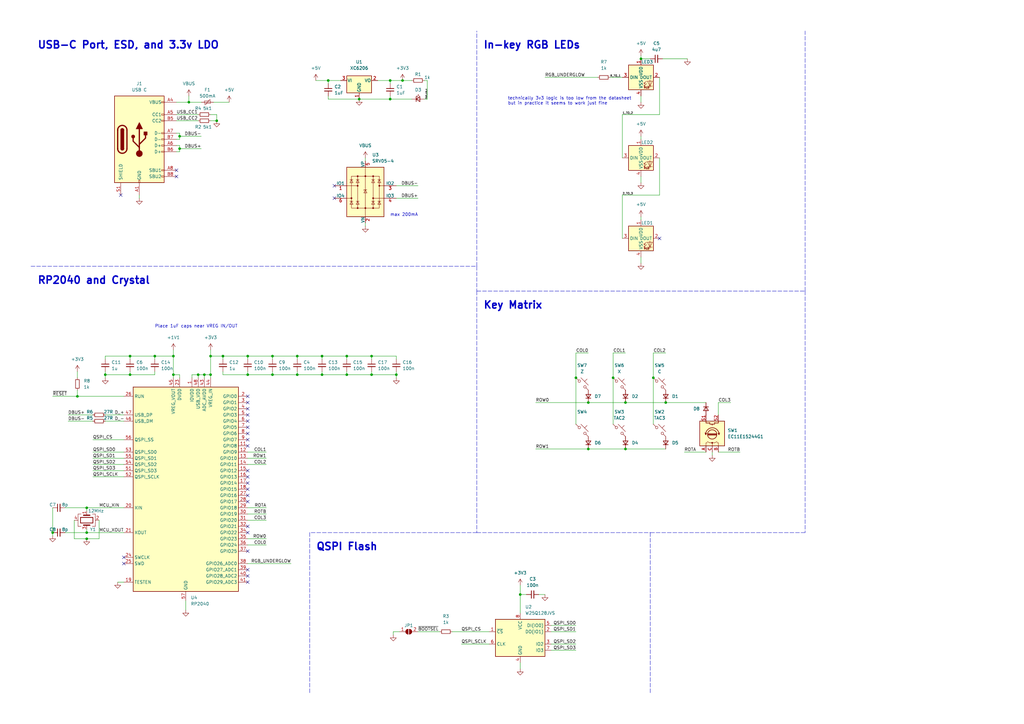
<source format=kicad_sch>
(kicad_sch (version 20211123) (generator eeschema)
  (paper "A3")
  (lib_symbols
    (symbol "Connector:USB_C_Receptacle_USB2.0" (pin_names (offset 1.016))
      (property "Reference" "J" (at -10.16 19.05 0))
      (property "Value" "USB_C_Receptacle_USB2.0" (at 19.05 19.05 0))
      (symbol "USB_C_Receptacle_USB2.0_1_1"
        (pin passive line (at 0 -22.86 90) (length 5.08) (name "GND") (number "A1"))
        (pin passive line (at 0 -22.86 90) (length 5.08) hide (name "GND") (number "A12"))
        (pin passive line (at 15.24 15.24 180) (length 5.08) (name "VBUS") (number "A4"))
        (pin bidirectional line (at 15.24 10.16 180) (length 5.08) (name "CC1") (number "A5"))
        (pin bidirectional line (at 15.24 -2.54 180) (length 5.08) (name "D+") (number "A6"))
        (pin bidirectional line (at 15.24 2.54 180) (length 5.08) (name "D-") (number "A7"))
        (pin bidirectional line (at 15.24 -12.7 180) (length 5.08) (name "SBU1") (number "A8"))
        (pin passive line (at 15.24 15.24 180) (length 5.08) hide (name "VBUS") (number "A9"))
        (pin passive line (at 0 -22.86 90) (length 5.08) hide (name "GND") (number "B1"))
        (pin passive line (at 0 -22.86 90) (length 5.08) hide (name "GND") (number "B12"))
        (pin passive line (at 15.24 15.24 180) (length 5.08) hide (name "VBUS") (number "B4"))
        (pin bidirectional line (at 15.24 7.62 180) (length 5.08) (name "CC2") (number "B5"))
        (pin bidirectional line (at 15.24 -5.08 180) (length 5.08) (name "D+") (number "B6"))
        (pin bidirectional line (at 15.24 0 180) (length 5.08) (name "D-") (number "B7"))
        (pin bidirectional line (at 15.24 -15.24 180) (length 5.08) (name "SBU2") (number "B8"))
        (pin passive line (at 15.24 15.24 180) (length 5.08) hide (name "VBUS") (number "B9"))
        (pin passive line (at -7.62 -22.86 90) (length 5.08) (name "SHIELD") (number "S1"))
      )
    )
    (symbol "Device:C_Small" (pin_numbers hide) (pin_names (offset 0.254) hide)
      (property "Reference" "C" (at 0.254 1.778 0))
      (property "Value" "C_Small" (at 0.254 -2.032 0))
      (symbol "C_Small_1_1"
        (pin passive line (at 0 2.54 270) (length 2.032) (name "~") (number "1"))
        (pin passive line (at 0 -2.54 90) (length 2.032) (name "~") (number "2"))
      )
    )
    (symbol "Device:Crystal_GND24" (pin_names (offset 1.016) hide)
      (property "Reference" "Y" (at 3.175 5.08 0))
      (property "Value" "Crystal_GND24" (at 3.175 3.175 0))
      (symbol "Crystal_GND24_1_1"
        (pin passive line (at -3.81 0 0) (length 1.27) (name "1") (number "1"))
        (pin passive line (at 0 5.08 270) (length 1.27) (name "2") (number "2"))
        (pin passive line (at 3.81 0 180) (length 1.27) (name "3") (number "3"))
        (pin passive line (at 0 -5.08 90) (length 1.27) (name "4") (number "4"))
      )
    )
    (symbol "Device:D_Small" (pin_numbers hide) (pin_names (offset 0.254) hide)
      (property "Reference" "D" (at -1.27 2.032 0))
      (property "Value" "D_Small" (at -3.81 -2.032 0))
      (symbol "D_Small_1_1"
        (pin passive line (at -2.54 0 0) (length 1.778) (name "K") (number "1"))
        (pin passive line (at 2.54 0 180) (length 1.778) (name "A") (number "2"))
      )
    )
    (symbol "Device:LED_Small" (pin_numbers hide) (pin_names (offset 0.254) hide)
      (property "Reference" "D" (at -1.27 3.175 0))
      (property "Value" "LED_Small" (at -4.445 -2.54 0))
      (symbol "LED_Small_1_1"
        (pin passive line (at -2.54 0 0) (length 1.778) (name "K") (number "1"))
        (pin passive line (at 2.54 0 180) (length 1.778) (name "A") (number "2"))
      )
    )
    (symbol "Device:Polyfuse_Small" (pin_numbers hide) (pin_names (offset 0))
      (property "Reference" "F" (at -1.905 0 90))
      (property "Value" "Polyfuse_Small" (at 1.905 0 90))
      (symbol "Polyfuse_Small_1_1"
        (pin passive line (at 0 2.54 270) (length 0.635) (name "~") (number "1"))
        (pin passive line (at 0 -2.54 90) (length 0.635) (name "~") (number "2"))
      )
    )
    (symbol "Device:R_Small" (pin_numbers hide) (pin_names (offset 0.254) hide)
      (property "Reference" "R" (at 0.762 0.508 0))
      (property "Value" "R_Small" (at 0.762 -1.016 0))
      (symbol "R_Small_1_1"
        (pin passive line (at 0 2.54 270) (length 0.762) (name "~") (number "1"))
        (pin passive line (at 0 -2.54 90) (length 0.762) (name "~") (number "2"))
      )
    )
    (symbol "Device:RotaryEncoder_Switch" (pin_names (offset 0.254) hide)
      (property "Reference" "SW" (at 0 6.604 0))
      (property "Value" "RotaryEncoder_Switch" (at 0 -6.604 0))
      (symbol "RotaryEncoder_Switch_1_1"
        (pin passive line (at -7.62 2.54 0) (length 2.54) (name "A") (number "A"))
        (pin passive line (at -7.62 -2.54 0) (length 2.54) (name "B") (number "B"))
        (pin passive line (at -7.62 0 0) (length 2.54) (name "C") (number "C"))
        (pin passive line (at 7.62 2.54 180) (length 2.54) (name "S1") (number "S1"))
        (pin passive line (at 7.62 -2.54 180) (length 2.54) (name "S2") (number "S2"))
      )
    )
    (symbol "Jumper:SolderJumper_2_Open" (pin_names (offset 0) hide)
      (property "Reference" "JP" (at 0 2.032 0))
      (property "Value" "SolderJumper_2_Open" (at 0 -2.54 0))
      (symbol "SolderJumper_2_Open_1_1"
        (pin passive line (at -3.81 0 0) (length 2.54) (name "A") (number "1"))
        (pin passive line (at 3.81 0 180) (length 2.54) (name "B") (number "2"))
      )
    )
    (symbol "MCU_RaspberryPi:RP2040"
      (property "Reference" "U" (at 17.78 45.72 0))
      (property "Value" "RP2040" (at 17.78 43.18 0))
      (symbol "RP2040_1_1"
        (pin power_in line (at 2.54 45.72 270) (length 3.81) (name "IOVDD") (number "1"))
        (pin passive line (at 2.54 45.72 270) (length 3.81) hide (name "IOVDD") (number "10"))
        (pin bidirectional line (at 25.4 17.78 180) (length 3.81) (name "GPIO8") (number "11"))
        (pin bidirectional line (at 25.4 15.24 180) (length 3.81) (name "GPIO9") (number "12"))
        (pin bidirectional line (at 25.4 12.7 180) (length 3.81) (name "GPIO10") (number "13"))
        (pin bidirectional line (at 25.4 10.16 180) (length 3.81) (name "GPIO11") (number "14"))
        (pin bidirectional line (at 25.4 7.62 180) (length 3.81) (name "GPIO12") (number "15"))
        (pin bidirectional line (at 25.4 5.08 180) (length 3.81) (name "GPIO13") (number "16"))
        (pin bidirectional line (at 25.4 2.54 180) (length 3.81) (name "GPIO14") (number "17"))
        (pin bidirectional line (at 25.4 0 180) (length 3.81) (name "GPIO15") (number "18"))
        (pin input line (at -25.4 -38.1 0) (length 3.81) (name "TESTEN") (number "19"))
        (pin bidirectional line (at 25.4 38.1 180) (length 3.81) (name "GPIO0") (number "2"))
        (pin input line (at -25.4 -7.62 0) (length 3.81) (name "XIN") (number "20"))
        (pin passive line (at -25.4 -17.78 0) (length 3.81) (name "XOUT") (number "21"))
        (pin passive line (at 2.54 45.72 270) (length 3.81) hide (name "IOVDD") (number "22"))
        (pin power_in line (at -2.54 45.72 270) (length 3.81) (name "DVDD") (number "23"))
        (pin output line (at -25.4 -27.94 0) (length 3.81) (name "SWCLK") (number "24"))
        (pin bidirectional line (at -25.4 -30.48 0) (length 3.81) (name "SWD") (number "25"))
        (pin input line (at -25.4 38.1 0) (length 3.81) (name "RUN") (number "26"))
        (pin bidirectional line (at 25.4 -2.54 180) (length 3.81) (name "GPIO16") (number "27"))
        (pin bidirectional line (at 25.4 -5.08 180) (length 3.81) (name "GPIO17") (number "28"))
        (pin bidirectional line (at 25.4 -7.62 180) (length 3.81) (name "GPIO18") (number "29"))
        (pin bidirectional line (at 25.4 35.56 180) (length 3.81) (name "GPIO1") (number "3"))
        (pin bidirectional line (at 25.4 -10.16 180) (length 3.81) (name "GPIO19") (number "30"))
        (pin bidirectional line (at 25.4 -12.7 180) (length 3.81) (name "GPIO20") (number "31"))
        (pin bidirectional line (at 25.4 -15.24 180) (length 3.81) (name "GPIO21") (number "32"))
        (pin passive line (at 2.54 45.72 270) (length 3.81) hide (name "IOVDD") (number "33"))
        (pin bidirectional line (at 25.4 -17.78 180) (length 3.81) (name "GPIO22") (number "34"))
        (pin bidirectional line (at 25.4 -20.32 180) (length 3.81) (name "GPIO23") (number "35"))
        (pin bidirectional line (at 25.4 -22.86 180) (length 3.81) (name "GPIO24") (number "36"))
        (pin bidirectional line (at 25.4 -25.4 180) (length 3.81) (name "GPIO25") (number "37"))
        (pin bidirectional line (at 25.4 -30.48 180) (length 3.81) (name "GPIO26_ADC0") (number "38"))
        (pin bidirectional line (at 25.4 -33.02 180) (length 3.81) (name "GPIO27_ADC1") (number "39"))
        (pin bidirectional line (at 25.4 33.02 180) (length 3.81) (name "GPIO2") (number "4"))
        (pin bidirectional line (at 25.4 -35.56 180) (length 3.81) (name "GPIO28_ADC2") (number "40"))
        (pin bidirectional line (at 25.4 -38.1 180) (length 3.81) (name "GPIO29_ADC3") (number "41"))
        (pin passive line (at 2.54 45.72 270) (length 3.81) hide (name "IOVDD") (number "42"))
        (pin power_in line (at 7.62 45.72 270) (length 3.81) (name "ADC_AVDD") (number "43"))
        (pin power_in line (at 10.16 45.72 270) (length 3.81) (name "VREG_IN") (number "44"))
        (pin power_out line (at -5.08 45.72 270) (length 3.81) (name "VREG_VOUT") (number "45"))
        (pin bidirectional line (at -25.4 27.94 0) (length 3.81) (name "USB_DM") (number "46"))
        (pin bidirectional line (at -25.4 30.48 0) (length 3.81) (name "USB_DP") (number "47"))
        (pin power_in line (at 5.08 45.72 270) (length 3.81) (name "USB_VDD") (number "48"))
        (pin passive line (at 2.54 45.72 270) (length 3.81) hide (name "IOVDD") (number "49"))
        (pin bidirectional line (at 25.4 30.48 180) (length 3.81) (name "GPIO3") (number "5"))
        (pin passive line (at -2.54 45.72 270) (length 3.81) hide (name "DVDD") (number "50"))
        (pin bidirectional line (at -25.4 7.62 0) (length 3.81) (name "QSPI_SD3") (number "51"))
        (pin output line (at -25.4 5.08 0) (length 3.81) (name "QSPI_SCLK") (number "52"))
        (pin bidirectional line (at -25.4 15.24 0) (length 3.81) (name "QSPI_SD0") (number "53"))
        (pin bidirectional line (at -25.4 10.16 0) (length 3.81) (name "QSPI_SD2") (number "54"))
        (pin bidirectional line (at -25.4 12.7 0) (length 3.81) (name "QSPI_SD1") (number "55"))
        (pin bidirectional line (at -25.4 20.32 0) (length 3.81) (name "QSPI_SS") (number "56"))
        (pin power_in line (at 0 -45.72 90) (length 3.81) (name "GND") (number "57"))
        (pin bidirectional line (at 25.4 27.94 180) (length 3.81) (name "GPIO4") (number "6"))
        (pin bidirectional line (at 25.4 25.4 180) (length 3.81) (name "GPIO5") (number "7"))
        (pin bidirectional line (at 25.4 22.86 180) (length 3.81) (name "GPIO6") (number "8"))
        (pin bidirectional line (at 25.4 20.32 180) (length 3.81) (name "GPIO7") (number "9"))
      )
    )
    (symbol "Memory_Flash:W25Q128JVS"
      (property "Reference" "U" (at -8.89 8.89 0))
      (property "Value" "W25Q128JVS" (at 7.62 8.89 0))
      (symbol "W25Q128JVS_1_1"
        (pin input line (at -12.7 2.54 0) (length 2.54) (name "~{CS}") (number "1"))
        (pin bidirectional line (at 12.7 2.54 180) (length 2.54) (name "DO(IO1)") (number "2"))
        (pin bidirectional line (at 12.7 -2.54 180) (length 2.54) (name "IO2") (number "3"))
        (pin power_in line (at 0 -10.16 90) (length 2.54) (name "GND") (number "4"))
        (pin bidirectional line (at 12.7 5.08 180) (length 2.54) (name "DI(IO0)") (number "5"))
        (pin input line (at -12.7 -2.54 0) (length 2.54) (name "CLK") (number "6"))
        (pin bidirectional line (at 12.7 -5.08 180) (length 2.54) (name "IO3") (number "7"))
        (pin power_in line (at 0 10.16 270) (length 2.54) (name "VCC") (number "8"))
      )
    )
    (symbol "Regulator_Linear:XC6206PxxxMR" (pin_names (offset 0.254))
      (property "Reference" "U" (at -3.81 3.175 0))
      (property "Value" "XC6206PxxxMR" (at 0 3.175 0))
      (symbol "XC6206PxxxMR_1_1"
        (pin power_in line (at 0 -7.62 90) (length 2.54) (name "GND") (number "1"))
        (pin power_out line (at 7.62 0 180) (length 2.54) (name "VO") (number "2"))
        (pin power_in line (at -7.62 0 0) (length 2.54) (name "VI") (number "3"))
      )
    )
    (symbol "Switch:SW_Push_45deg" (pin_numbers hide) (pin_names (offset 1.016) hide)
      (property "Reference" "SW" (at 3.048 1.016 0))
      (property "Value" "SW_Push_45deg" (at 0 -3.81 0))
      (symbol "SW_Push_45deg_0_1"
        (pin passive line (at -2.54 2.54 0) (length 0) (name "1") (number "1"))
        (pin passive line (at 2.54 -2.54 180) (length 0) (name "2") (number "2"))
      )
    )
    (symbol "marbastlib-mx:MX_SK6812MINI-E"
      (property "Reference" "LED" (at 2.54 -6.35 0))
      (property "Value" "MX_SK6812MINI-E" (at 10.16 6.35 0))
      (symbol "MX_SK6812MINI-E_0_0"
        (text "RGB" (at 2.286 -4.191 0) (effects (font (size 0.762 0.762))))
      )
      (symbol "MX_SK6812MINI-E_1_1"
        (pin power_in line (at 0 7.62 270) (length 2.54) (name "VDD") (number "1"))
        (pin output line (at 7.62 0 180) (length 2.54) (name "DOUT") (number "2"))
        (pin input line (at -7.62 0 0) (length 2.54) (name "DIN") (number "3"))
        (pin power_in line (at 0 -7.62 90) (length 2.54) (name "VSS") (number "4"))
      )
    )
    (symbol "marbastlib-mx:MX_SW_HS" (pin_numbers hide) (pin_names (offset 1.016) hide)
      (property "Reference" "SW" (at 3.048 1.016 0))
      (property "Value" "MX_SW_HS" (at 0 -3.81 0))
      (symbol "MX_SW_HS_0_1"
        (pin passive line (at -2.54 2.54 0) (length 0) (name "1") (number "1"))
        (pin passive line (at 2.54 -2.54 180) (length 0) (name "2") (number "2"))
      )
    )
    (symbol "marbastlib-various:SRV05-4" (pin_names (offset 0))
      (property "Reference" "U" (at -5.08 11.43 0))
      (property "Value" "SRV05-4" (at 2.54 11.43 0))
      (symbol "SRV05-4_1_1"
        (pin passive line (at -12.7 2.54 0) (length 5.08) (name "IO1") (number "1"))
        (pin passive line (at 0 -12.7 90) (length 2.54) (name "VN") (number "2"))
        (pin passive line (at 12.7 2.54 180) (length 5.08) (name "IO2") (number "3"))
        (pin passive line (at 12.7 -2.54 180) (length 5.08) (name "IO3") (number "4"))
        (pin passive line (at 0 12.7 270) (length 2.54) (name "VP") (number "5"))
        (pin passive line (at -12.7 -2.54 0) (length 5.08) (name "IO4") (number "6"))
      )
    )
    (symbol "power:+1V1" (power) (pin_names (offset 0))
      (property "Value" "+1V1" (at 0 3.556 0))
      (symbol "+1V1_1_1"
        (pin power_in line (at 0 0 90) (length 0) hide (name "+1V1") (number "1"))
      )
    )
    (symbol "power:+3V3" (power) (pin_names (offset 0))
      (property "Value" "+3V3" (at 0 3.556 0))
      (symbol "+3V3_1_1"
        (pin power_in line (at 0 0 90) (length 0) hide (name "+3V3") (number "1"))
      )
    )
    (symbol "power:+5V" (power) (pin_names (offset 0))
      (property "Value" "+5V" (at 0 3.556 0))
      (symbol "+5V_1_1"
        (pin power_in line (at 0 0 90) (length 0) hide (name "+5V") (number "1"))
      )
    )
    (symbol "power:GND" (power) (pin_names (offset 0))
      (property "Value" "GND" (at 0 -3.81 0))
      (symbol "GND_1_1"
        (pin power_in line (at 0 0 270) (length 0) hide (name "GND") (number "1"))
      )
    )
    (symbol "power:VBUS" (power) (pin_names (offset 0))
      (property "Value" "VBUS" (at 0 3.81 0))
      (symbol "VBUS_1_1"
        (pin power_in line (at 0 0 90) (length 0) hide (name "VBUS") (number "1"))
      )
    )
  )
  (junction (at 121.92 153.67))
  (junction (at 121.92 146.05))
  (junction (at 273.05 165.1))
  (junction (at 241.3 184.15))
  (junction (at 256.54 184.15))
  (junction (at 152.4 146.05))
  (junction (at 31.75 162.56))
  (junction (at 35.56 220.98))
  (junction (at 241.3 165.1))
  (junction (at 142.24 146.05))
  (junction (at 152.4 153.67))
  (junction (at 77.47 41.91))
  (junction (at 71.12 146.05))
  (junction (at 262.89 24.13))
  (junction (at 35.56 208.28))
  (junction (at 111.76 153.67))
  (junction (at 132.08 153.67))
  (junction (at 86.36 146.05))
  (junction (at 256.54 165.1))
  (junction (at 83.82 153.67))
  (junction (at 101.6 146.05))
  (junction (at 142.24 153.67))
  (junction (at 251.46 154.94))
  (junction (at 165.1 33.02))
  (junction (at 71.12 153.67))
  (junction (at 21.59 218.44))
  (junction (at 81.28 153.67))
  (junction (at 86.36 153.67))
  (junction (at 73.66 60.96))
  (junction (at 91.44 146.05))
  (junction (at 236.22 154.94))
  (junction (at 267.97 154.94))
  (junction (at 88.9 49.53))
  (junction (at 160.02 33.02))
  (junction (at 160.02 40.64))
  (junction (at 53.34 153.67))
  (junction (at 35.56 218.44))
  (junction (at 43.18 153.67))
  (junction (at 132.08 146.05))
  (junction (at 147.32 40.64))
  (junction (at 63.5 146.05))
  (junction (at 101.6 153.67))
  (junction (at 111.76 146.05))
  (junction (at 134.62 33.02))
  (junction (at 73.66 55.88))
  (junction (at 213.36 243.84))
  (junction (at 162.56 153.67))
  (junction (at 53.34 146.05))
  (no_connect (at 137.16 76.2))
  (no_connect (at 101.6 162.56))
  (no_connect (at 101.6 195.58))
  (no_connect (at 101.6 218.44))
  (no_connect (at 101.6 200.66))
  (no_connect (at 101.6 167.64))
  (no_connect (at 101.6 182.88))
  (no_connect (at 101.6 238.76))
  (no_connect (at 101.6 180.34))
  (no_connect (at 101.6 165.1))
  (no_connect (at 49.53 80.01))
  (no_connect (at 101.6 203.2))
  (no_connect (at 137.16 81.28))
  (no_connect (at 101.6 215.9))
  (no_connect (at 72.39 69.85))
  (no_connect (at 270.51 97.79))
  (no_connect (at 101.6 236.22))
  (no_connect (at 101.6 205.74))
  (no_connect (at 101.6 226.06))
  (no_connect (at 101.6 193.04))
  (no_connect (at 50.8 231.14))
  (no_connect (at 101.6 233.68))
  (no_connect (at 101.6 172.72))
  (no_connect (at 72.39 72.39))
  (no_connect (at 101.6 198.12))
  (no_connect (at 101.6 177.8))
  (no_connect (at 101.6 170.18))
  (no_connect (at 50.8 228.6))
  (no_connect (at 101.6 175.26))
  (wire (pts (xy 267.97 144.78) (xy 273.05 144.78)))
  (wire (pts (xy 101.6 223.52) (xy 109.22 223.52)))
  (wire (pts (xy 226.06 259.08) (xy 236.22 259.08)))
  (wire (pts (xy 160.02 33.02) (xy 165.1 33.02)))
  (wire (pts (xy 171.45 259.08) (xy 180.34 259.08)))
  (wire (pts (xy 292.1 185.42) (xy 292.1 186.69)))
  (wire (pts (xy 38.1 195.58) (xy 50.8 195.58)))
  (wire (pts (xy 111.76 153.67) (xy 121.92 153.67)))
  (wire (pts (xy 73.66 153.67) (xy 71.12 153.67)))
  (wire (pts (xy 91.44 146.05) (xy 101.6 146.05)))
  (wire (pts (xy 48.26 238.76) (xy 50.8 238.76)))
  (wire (pts (xy 35.56 208.28) (xy 35.56 209.55)))
  (wire (pts (xy 213.36 271.78) (xy 213.36 274.32)))
  (polyline (pts (xy 195.58 109.22) (xy 195.58 119.38)))
  (wire (pts (xy 86.36 146.05) (xy 86.36 153.67)))
  (polyline (pts (xy 330.2 119.38) (xy 330.2 12.7)))
  (wire (pts (xy 255.27 97.79) (xy 255.27 80.01)))
  (wire (pts (xy 81.28 153.67) (xy 83.82 153.67)))
  (wire (pts (xy 83.82 153.67) (xy 86.36 153.67)))
  (wire (pts (xy 31.75 162.56) (xy 50.8 162.56)))
  (wire (pts (xy 86.36 46.99) (xy 88.9 46.99)))
  (wire (pts (xy 267.97 154.94) (xy 267.97 173.99)))
  (wire (pts (xy 152.4 146.05) (xy 152.4 147.32)))
  (wire (pts (xy 101.6 146.05) (xy 111.76 146.05)))
  (wire (pts (xy 111.76 146.05) (xy 121.92 146.05)))
  (wire (pts (xy 171.45 81.28) (xy 162.56 81.28)))
  (wire (pts (xy 101.6 153.67) (xy 101.6 152.4)))
  (wire (pts (xy 262.89 105.41) (xy 262.89 107.95)))
  (wire (pts (xy 57.15 80.01) (xy 57.15 81.28)))
  (wire (pts (xy 162.56 146.05) (xy 162.56 147.32)))
  (wire (pts (xy 121.92 153.67) (xy 121.92 152.4)))
  (wire (pts (xy 223.52 31.75) (xy 245.11 31.75)))
  (wire (pts (xy 213.36 243.84) (xy 213.36 251.46)))
  (wire (pts (xy 53.34 146.05) (xy 53.34 147.32)))
  (wire (pts (xy 101.6 187.96) (xy 109.22 187.96)))
  (polyline (pts (xy 195.58 218.44) (xy 127 218.44)))
  (wire (pts (xy 280.67 185.42) (xy 289.56 185.42)))
  (wire (pts (xy 91.44 146.05) (xy 91.44 147.32)))
  (wire (pts (xy 256.54 165.1) (xy 273.05 165.1)))
  (wire (pts (xy 73.66 54.61) (xy 73.66 55.88)))
  (wire (pts (xy 189.23 264.16) (xy 200.66 264.16)))
  (wire (pts (xy 71.12 153.67) (xy 71.12 146.05)))
  (wire (pts (xy 91.44 153.67) (xy 91.44 152.4)))
  (wire (pts (xy 132.08 146.05) (xy 132.08 147.32)))
  (wire (pts (xy 175.26 33.02) (xy 175.26 40.64)))
  (wire (pts (xy 101.6 210.82) (xy 109.22 210.82)))
  (wire (pts (xy 111.76 153.67) (xy 111.76 152.4)))
  (wire (pts (xy 294.64 185.42) (xy 303.53 185.42)))
  (wire (pts (xy 142.24 153.67) (xy 152.4 153.67)))
  (wire (pts (xy 43.18 153.67) (xy 53.34 153.67)))
  (wire (pts (xy 101.6 220.98) (xy 109.22 220.98)))
  (wire (pts (xy 251.46 154.94) (xy 251.46 173.99)))
  (wire (pts (xy 262.89 72.39) (xy 262.89 74.93)))
  (wire (pts (xy 72.39 46.99) (xy 81.28 46.99)))
  (wire (pts (xy 77.47 41.91) (xy 82.55 41.91)))
  (wire (pts (xy 185.42 259.08) (xy 200.66 259.08)))
  (wire (pts (xy 21.59 162.56) (xy 31.75 162.56)))
  (wire (pts (xy 88.9 46.99) (xy 88.9 49.53)))
  (wire (pts (xy 101.6 213.36) (xy 109.22 213.36)))
  (wire (pts (xy 132.08 146.05) (xy 142.24 146.05)))
  (wire (pts (xy 31.75 152.4) (xy 31.75 154.94)))
  (wire (pts (xy 21.59 208.28) (xy 21.59 218.44)))
  (wire (pts (xy 160.02 40.64) (xy 160.02 39.37)))
  (wire (pts (xy 142.24 153.67) (xy 142.24 152.4)))
  (wire (pts (xy 21.59 218.44) (xy 21.59 219.71)))
  (wire (pts (xy 255.27 46.99) (xy 270.51 46.99)))
  (wire (pts (xy 154.94 33.02) (xy 160.02 33.02)))
  (wire (pts (xy 213.36 240.03) (xy 213.36 243.84)))
  (wire (pts (xy 73.66 55.88) (xy 82.55 55.88)))
  (wire (pts (xy 262.89 88.9) (xy 262.89 90.17)))
  (wire (pts (xy 50.8 218.44) (xy 35.56 218.44)))
  (wire (pts (xy 134.62 39.37) (xy 134.62 40.64)))
  (wire (pts (xy 142.24 146.05) (xy 152.4 146.05)))
  (polyline (pts (xy 195.58 109.22) (xy 195.58 12.7)))
  (wire (pts (xy 53.34 153.67) (xy 63.5 153.67)))
  (wire (pts (xy 241.3 184.15) (xy 256.54 184.15)))
  (wire (pts (xy 73.66 59.69) (xy 72.39 59.69)))
  (wire (pts (xy 161.29 259.08) (xy 163.83 259.08)))
  (wire (pts (xy 219.71 184.15) (xy 241.3 184.15)))
  (wire (pts (xy 121.92 146.05) (xy 132.08 146.05)))
  (wire (pts (xy 134.62 34.29) (xy 134.62 33.02)))
  (wire (pts (xy 262.89 22.86) (xy 262.89 24.13)))
  (wire (pts (xy 73.66 60.96) (xy 73.66 62.23)))
  (wire (pts (xy 270.51 46.99) (xy 270.51 31.75)))
  (wire (pts (xy 27.94 172.72) (xy 38.1 172.72)))
  (wire (pts (xy 26.67 218.44) (xy 35.56 218.44)))
  (polyline (pts (xy 266.7 218.44) (xy 266.7 284.48)))
  (wire (pts (xy 251.46 144.78) (xy 256.54 144.78)))
  (wire (pts (xy 173.99 33.02) (xy 175.26 33.02)))
  (wire (pts (xy 78.74 153.67) (xy 78.74 154.94)))
  (wire (pts (xy 262.89 24.13) (xy 266.7 24.13)))
  (wire (pts (xy 43.18 146.05) (xy 53.34 146.05)))
  (wire (pts (xy 63.5 146.05) (xy 71.12 146.05)))
  (wire (pts (xy 161.29 260.35) (xy 161.29 259.08)))
  (polyline (pts (xy 12.7 109.22) (xy 195.58 109.22)))
  (wire (pts (xy 101.6 231.14) (xy 119.38 231.14)))
  (wire (pts (xy 81.28 153.67) (xy 81.28 154.94)))
  (wire (pts (xy 73.66 60.96) (xy 82.55 60.96)))
  (wire (pts (xy 63.5 146.05) (xy 63.5 147.32)))
  (wire (pts (xy 152.4 153.67) (xy 152.4 152.4)))
  (wire (pts (xy 111.76 146.05) (xy 111.76 147.32)))
  (wire (pts (xy 43.18 172.72) (xy 50.8 172.72)))
  (polyline (pts (xy 195.58 119.38) (xy 195.58 218.44)))
  (wire (pts (xy 43.18 170.18) (xy 50.8 170.18)))
  (wire (pts (xy 267.97 144.78) (xy 267.97 154.94)))
  (wire (pts (xy 134.62 40.64) (xy 147.32 40.64)))
  (wire (pts (xy 83.82 153.67) (xy 83.82 154.94)))
  (wire (pts (xy 101.6 208.28) (xy 109.22 208.28)))
  (wire (pts (xy 121.92 153.67) (xy 132.08 153.67)))
  (wire (pts (xy 35.56 220.98) (xy 40.64 220.98)))
  (wire (pts (xy 160.02 40.64) (xy 168.91 40.64)))
  (polyline (pts (xy 195.58 218.44) (xy 266.7 218.44)))
  (wire (pts (xy 43.18 154.94) (xy 43.18 153.67)))
  (wire (pts (xy 73.66 54.61) (xy 72.39 54.61)))
  (wire (pts (xy 63.5 153.67) (xy 63.5 152.4)))
  (wire (pts (xy 162.56 154.94) (xy 162.56 153.67)))
  (wire (pts (xy 162.56 153.67) (xy 162.56 152.4)))
  (wire (pts (xy 53.34 146.05) (xy 63.5 146.05)))
  (wire (pts (xy 38.1 185.42) (xy 50.8 185.42)))
  (wire (pts (xy 236.22 144.78) (xy 236.22 154.94)))
  (wire (pts (xy 271.78 24.13) (xy 281.94 24.13)))
  (wire (pts (xy 255.27 64.77) (xy 255.27 46.99)))
  (wire (pts (xy 86.36 153.67) (xy 86.36 154.94)))
  (wire (pts (xy 73.66 62.23) (xy 72.39 62.23)))
  (wire (pts (xy 78.74 153.67) (xy 81.28 153.67)))
  (wire (pts (xy 50.8 208.28) (xy 35.56 208.28)))
  (wire (pts (xy 294.64 170.18) (xy 294.64 165.1)))
  (wire (pts (xy 86.36 143.51) (xy 86.36 146.05)))
  (wire (pts (xy 236.22 144.78) (xy 241.3 144.78)))
  (wire (pts (xy 149.86 92.71) (xy 149.86 91.44)))
  (wire (pts (xy 251.46 144.78) (xy 251.46 154.94)))
  (wire (pts (xy 73.66 55.88) (xy 73.66 57.15)))
  (wire (pts (xy 226.06 256.54) (xy 236.22 256.54)))
  (wire (pts (xy 121.92 146.05) (xy 121.92 147.32)))
  (wire (pts (xy 270.51 80.01) (xy 270.51 64.77)))
  (wire (pts (xy 101.6 185.42) (xy 109.22 185.42)))
  (wire (pts (xy 73.66 57.15) (xy 72.39 57.15)))
  (wire (pts (xy 26.67 208.28) (xy 35.56 208.28)))
  (wire (pts (xy 35.56 218.44) (xy 35.56 217.17)))
  (wire (pts (xy 91.44 153.67) (xy 101.6 153.67)))
  (wire (pts (xy 87.63 41.91) (xy 93.98 41.91)))
  (wire (pts (xy 132.08 153.67) (xy 142.24 153.67)))
  (polyline (pts (xy 330.2 218.44) (xy 266.7 218.44)))
  (wire (pts (xy 73.66 59.69) (xy 73.66 60.96)))
  (wire (pts (xy 226.06 266.7) (xy 236.22 266.7)))
  (wire (pts (xy 38.1 193.04) (xy 50.8 193.04)))
  (wire (pts (xy 72.39 41.91) (xy 77.47 41.91)))
  (wire (pts (xy 250.19 31.75) (xy 255.27 31.75)))
  (wire (pts (xy 147.32 40.64) (xy 160.02 40.64)))
  (wire (pts (xy 53.34 153.67) (xy 53.34 152.4)))
  (wire (pts (xy 38.1 187.96) (xy 50.8 187.96)))
  (wire (pts (xy 152.4 146.05) (xy 162.56 146.05)))
  (wire (pts (xy 31.75 160.02) (xy 31.75 162.56)))
  (wire (pts (xy 241.3 165.1) (xy 256.54 165.1)))
  (polyline (pts (xy 127 218.44) (xy 127 284.48)))
  (wire (pts (xy 152.4 153.67) (xy 162.56 153.67)))
  (wire (pts (xy 262.89 55.88) (xy 262.89 57.15)))
  (polyline (pts (xy 330.2 119.38) (xy 330.2 218.44)))
  (wire (pts (xy 134.62 33.02) (xy 139.7 33.02)))
  (wire (pts (xy 86.36 146.05) (xy 91.44 146.05)))
  (wire (pts (xy 30.48 220.98) (xy 35.56 220.98)))
  (wire (pts (xy 129.54 33.02) (xy 134.62 33.02)))
  (wire (pts (xy 132.08 153.67) (xy 132.08 152.4)))
  (wire (pts (xy 294.64 165.1) (xy 299.72 165.1)))
  (wire (pts (xy 76.2 246.38) (xy 76.2 250.19)))
  (wire (pts (xy 30.48 213.36) (xy 30.48 220.98)))
  (wire (pts (xy 38.1 190.5) (xy 50.8 190.5)))
  (wire (pts (xy 43.18 146.05) (xy 43.18 147.32)))
  (wire (pts (xy 175.26 40.64) (xy 173.99 40.64)))
  (wire (pts (xy 77.47 39.37) (xy 77.47 41.91)))
  (wire (pts (xy 43.18 153.67) (xy 43.18 152.4)))
  (wire (pts (xy 149.86 64.77) (xy 149.86 66.04)))
  (wire (pts (xy 226.06 264.16) (xy 236.22 264.16)))
  (wire (pts (xy 72.39 49.53) (xy 81.28 49.53)))
  (polyline (pts (xy 195.58 119.38) (xy 330.2 119.38)))
  (wire (pts (xy 171.45 76.2) (xy 162.56 76.2)))
  (wire (pts (xy 40.64 213.36) (xy 40.64 220.98)))
  (wire (pts (xy 256.54 184.15) (xy 273.05 184.15)))
  (wire (pts (xy 27.94 170.18) (xy 38.1 170.18)))
  (wire (pts (xy 220.98 243.84) (xy 223.52 243.84)))
  (wire (pts (xy 262.89 39.37) (xy 262.89 41.91)))
  (wire (pts (xy 73.66 153.67) (xy 73.66 154.94)))
  (wire (pts (xy 101.6 190.5) (xy 109.22 190.5)))
  (wire (pts (xy 255.27 80.01) (xy 270.51 80.01)))
  (wire (pts (xy 273.05 165.1) (xy 289.56 165.1)))
  (wire (pts (xy 165.1 33.02) (xy 168.91 33.02)))
  (wire (pts (xy 213.36 243.84) (xy 215.9 243.84)))
  (wire (pts (xy 71.12 146.05) (xy 71.12 143.51)))
  (wire (pts (xy 160.02 34.29) (xy 160.02 33.02)))
  (wire (pts (xy 38.1 180.34) (xy 50.8 180.34)))
  (wire (pts (xy 71.12 153.67) (xy 71.12 154.94)))
  (wire (pts (xy 101.6 153.67) (xy 111.76 153.67)))
  (wire (pts (xy 236.22 154.94) (xy 236.22 173.99)))
  (wire (pts (xy 142.24 146.05) (xy 142.24 147.32)))
  (wire (pts (xy 219.71 165.1) (xy 241.3 165.1)))
  (wire (pts (xy 86.36 49.53) (xy 88.9 49.53)))
  (wire (pts (xy 101.6 146.05) (xy 101.6 147.32)))
  (text "Key Matrix" (at 198.12 127 0) (effects (font (size 3 3) bold) (justify left bottom)))
  (text "USB-C Port, ESD, and 3.3v LDO" (at 15.24 20.32 0) (effects (font (size 3 3) bold) (justify left bottom)))
  (text "QSPI Flash" (at 129.54 226.06 0) (effects (font (size 3 3) bold) (justify left bottom)))
  (text "technically 3v3 logic is too low from the datasheet\nbut in practice it seems to work just fine" (at 208.28 43.18 0) (effects (font (size 1.27 1.27)) (justify left bottom)))
  (text "In-key RGB LEDs" (at 198.12 20.32 0) (effects (font (size 3 3) bold) (justify left bottom)))
  (text "RP2040 and Crystal" (at 15.24 116.84 0) (effects (font (size 3 3) bold) (justify left bottom)))
  (text "Place 1uF caps near VREG IN/OUT" (at 63.5 134.62 0) (effects (font (size 1.27 1.27)) (justify left bottom)))
  (text "max 200mA" (at 171.45 88.9 180) (effects (font (size 1.27 1.27)) (justify right bottom)))
  (label "~{RESET}" (at 21.59 162.56 0))
  (label "QSPI_SD1" (at 236.22 259.08 180))
  (label "ROW1" (at 109.22 187.96 180))
  (label "ROW0" (at 109.22 220.98 180))
  (label "DBUS-" (at 27.94 172.72 0))
  (label "COL2" (at 273.05 144.78 180))
  (label "USB_CC2" (at 72.39 49.53 0))
  (label "DBUS-" (at 82.55 55.88 180))
  (label "USB_CC1" (at 72.39 46.99 0))
  (label "QSPI_SD0" (at 38.1 185.42 0))
  (label "COL3" (at 299.72 165.1 180))
  (label "COL3" (at 109.22 213.36 180))
  (label "COL1" (at 109.22 185.42 180))
  (label "QSPI_SD2" (at 38.1 190.5 0))
  (label "PWR_LED_A" (at 175.26 40.64 90) (effects (font (size 0.5 0.5))))
  (label "D_+" (at 46.99 170.18 0))
  (label "R_TO_1" (at 250.19 31.75 0) (effects (font (size 0.8 0.8))))
  (label "QSPI_SD0" (at 236.22 256.54 180))
  (label "QSPI_SCLK" (at 189.23 264.16 0))
  (label "QSPI_SCLK" (at 38.1 195.58 0))
  (label "MCU_XIN" (at 40.64 208.28 0))
  (label "RGB_UNDERGLOW" (at 223.52 31.75 0))
  (label "DBUS-" (at 171.45 76.2 180))
  (label "DBUS+" (at 171.45 81.28 180))
  (label "1_TO_2" (at 255.27 46.99 0) (effects (font (size 0.8 0.8))))
  (label "MCU_XOUT" (at 40.64 218.44 0))
  (label "2_TO_3" (at 255.27 80.01 0) (effects (font (size 0.8 0.8))))
  (label "ROTB" (at 109.22 210.82 180))
  (label "QSPI_CS" (at 38.1 180.34 0))
  (label "RGB_UNDERGLOW" (at 119.38 231.14 180))
  (label "COL0" (at 109.22 223.52 180))
  (label "DBUS+" (at 27.94 170.18 0))
  (label "ROTB" (at 303.53 185.42 180))
  (label "QSPI_SD1" (at 38.1 187.96 0))
  (label "ROTA" (at 280.67 185.42 0))
  (label "D_-" (at 46.99 172.72 0))
  (label "COL0" (at 241.3 144.78 180))
  (label "QSPI_SD2" (at 236.22 264.16 180))
  (label "ROW1" (at 219.71 184.15 0))
  (label "COL2" (at 109.22 190.5 180))
  (label "COL1" (at 256.54 144.78 180))
  (label "QSPI_CS" (at 189.23 259.08 0))
  (label "QSPI_SD3" (at 38.1 193.04 0))
  (label "ROW0" (at 219.71 165.1 0))
  (label "~{BOOTSEL}" (at 171.45 259.08 0))
  (label "QSPI_SD3" (at 236.22 266.7 180))
  (label "DBUS+" (at 82.55 60.96 180))
  (label "ROTA" (at 109.22 208.28 180))
  (symbol (lib_id "Switch:SW_Push_45deg") (at 270.51 176.53 0) (unit 1) (in_bom no)
    (property "Reference" "SW2" (at 270.51 168.91 0))
    (property "Value" "TAC3" (at 270.51 171.45 0))
    (property "Footprint" "Button_Switch_THT:SW_PUSH_6mm_H13mm" (effects hide))
  )
  (symbol (lib_id "power:+3V3") (at 31.75 152.4 0) (unit 1)
    (property "Reference" "#PWR02" (effects hide))
    (property "Value" "+3V3" (at 31.75 147.32 0))
  )
  (symbol (lib_id "Device:C_Small") (at 160.02 36.83 0) (unit 1)
    (property "Reference" "C1" (at 162.56 35.5662 0) (effects (justify left)))
    (property "Value" "1uF" (at 162.56 38.1062 0) (effects (justify left)))
    (property "Footprint" "Capacitor_SMD:C_0402_1005Metric" (effects hide))
    (property "LCSC" "C52923" (effects hide))
  )
  (symbol (lib_id "power:GND") (at 76.2 250.19 0) (unit 1)
    (property "Reference" "#PWR08" (effects hide))
    (property "Value" "GND" (effects hide))
  )
  (symbol (lib_id "Device:R_Small") (at 40.64 170.18 90) (unit 1)
    (property "Reference" "R6" (at 36.83 168.91 90))
    (property "Value" "27R" (at 44.45 168.91 90))
    (property "Footprint" "Resistor_SMD:R_0402_1005Metric" (effects hide))
    (property "LCSC" "C25100" (effects hide))
  )
  (symbol (lib_id "power:+5V") (at 262.89 55.88 0) (unit 1)
    (property "Reference" "#PWR026" (effects hide))
    (property "Value" "+5V" (at 262.89 50.8 0))
  )
  (symbol (lib_id "power:GND") (at 262.89 74.93 0) (unit 1)
    (property "Reference" "#PWR027" (effects hide))
    (property "Value" "GND" (effects hide))
  )
  (symbol (lib_id "power:GND") (at 147.32 40.64 0) (unit 1)
    (property "Reference" "#PWR015" (effects hide))
    (property "Value" "GND" (effects hide))
  )
  (symbol (lib_id "power:+3V3") (at 165.1 33.02 0) (unit 1)
    (property "Reference" "#PWR019" (effects hide))
    (property "Value" "+3V3" (at 165.1 27.94 0))
  )
  (symbol (lib_id "marbastlib-mx:MX_SK6812MINI-E") (at 262.89 31.75 0) (unit 1) (in_bom no)
    (property "Reference" "LED3" (at 265.43 25.4 0))
    (property "Value" "SK6812MINI-E" (effects hide))
    (property "Footprint" "marbastlib-mx:LED_MX_6028R-FLIPPED" (effects hide))
    (property "LCSC" "C5149201" (effects hide))
  )
  (symbol (lib_id "power:+5V") (at 129.54 33.02 0) (unit 1)
    (property "Reference" "#PWR013" (effects hide))
    (property "Value" "+5V" (at 129.54 27.94 0))
  )
  (symbol (lib_id "Device:C_Small") (at 134.62 36.83 0) (unit 1)
    (property "Reference" "C2" (at 137.16 35.5662 0) (effects (justify left)))
    (property "Value" "1uF" (at 137.16 38.1062 0) (effects (justify left)))
    (property "Footprint" "Capacitor_SMD:C_0402_1005Metric" (effects hide))
    (property "LCSC" "C52923" (effects hide))
  )
  (symbol (lib_id "Device:LED_Small") (at 171.45 40.64 0) (unit 1)
    (property "Reference" "D3" (at 171.5135 36.83 0))
    (property "Value" "LED_Small" (effects hide))
    (property "Footprint" "LED_SMD:LED_0603_1608Metric" (effects hide))
    (property "LCSC" "C72043" (effects hide))
  )
  (symbol (lib_id "Device:R_Small") (at 31.75 157.48 0) (unit 1)
    (property "Reference" "R8" (at 34.29 156.2099 0) (effects (justify left)))
    (property "Value" "1k" (at 34.29 158.7499 0) (effects (justify left)))
    (property "Footprint" "Resistor_SMD:R_0402_1005Metric" (effects hide))
    (property "LCSC" "C11702" (effects hide))
  )
  (symbol (lib_id "marbastlib-mx:MX_SK6812MINI-E") (at 262.89 64.77 0) (unit 1) (in_bom no)
    (property "Reference" "LED2" (at 265.43 58.42 0))
    (property "Value" "SK6812MINI-E" (effects hide))
    (property "Footprint" "marbastlib-mx:LED_MX_6028R-FLIPPED" (effects hide))
    (property "LCSC" "C5149201" (effects hide))
  )
  (symbol (lib_id "Device:C_Small") (at 101.6 149.86 0) (unit 1)
    (property "Reference" "C10" (at 104.14 148.5962 0) (effects (justify left)))
    (property "Value" "100n" (at 104.14 151.1362 0) (effects (justify left)))
    (property "Footprint" "Capacitor_SMD:C_0402_1005Metric" (effects hide))
    (property "LCSC" "C307331" (effects hide))
  )
  (symbol (lib_id "power:GND") (at 262.89 41.91 0) (unit 1)
    (property "Reference" "#PWR024" (effects hide))
    (property "Value" "GND" (effects hide))
  )
  (symbol (lib_id "power:GND") (at 149.86 92.71 0) (unit 1)
    (property "Reference" "#PWR017" (effects hide))
    (property "Value" "GND" (effects hide))
  )
  (symbol (lib_id "Device:Crystal_GND24") (at 35.56 213.36 270) (unit 1)
    (property "Reference" "Y1" (at 38.1 217.17 90))
    (property "Value" "12MHz" (at 39.37 209.55 90))
    (property "Footprint" "Crystal:Crystal_SMD_3225-4Pin_3.2x2.5mm" (effects hide))
    (property "Datasheet" "https://datasheet.lcsc.com/lcsc/2103291203_Yangxing-Tech-X322512MSB4SI_C9002.pdf" (effects hide))
    (property "LCSC" "C9002" (effects hide))
  )
  (symbol (lib_id "power:GND") (at 35.56 220.98 0) (unit 1)
    (property "Reference" "#PWR03" (effects hide))
    (property "Value" "GND" (effects hide))
  )
  (symbol (lib_id "power:GND") (at 223.52 243.84 0) (unit 1)
    (property "Reference" "#PWR022" (effects hide))
    (property "Value" "GND" (effects hide))
  )
  (symbol (lib_id "power:GND") (at 281.94 24.13 0) (unit 1)
    (property "Reference" "#PWR030" (effects hide))
    (property "Value" "GND" (effects hide))
  )
  (symbol (lib_id "marbastlib-mx:MX_SK6812MINI-E") (at 262.89 97.79 0) (unit 1) (in_bom no)
    (property "Reference" "LED1" (at 265.43 91.44 0))
    (property "Value" "SK6812MINI-E" (effects hide))
    (property "Footprint" "marbastlib-mx:LED_MX_6028R-FLIPPED" (effects hide))
    (property "LCSC" "C5149201" (effects hide))
  )
  (symbol (lib_id "marbastlib-mx:MX_SW_HS") (at 238.76 157.48 0) (unit 1) (in_bom no)
    (property "Reference" "SW7" (at 238.76 149.86 0))
    (property "Value" "Z" (at 238.76 152.4 0))
    (property "Footprint" "marbastlib-mx:SW_MX_HS_1u" (effects hide))
  )
  (symbol (lib_id "power:GND") (at 88.9 49.53 0) (unit 1)
    (property "Reference" "#PWR011" (effects hide))
    (property "Value" "GND" (effects hide))
  )
  (symbol (lib_id "Device:C_Small") (at 91.44 149.86 0) (unit 1)
    (property "Reference" "C12" (at 93.98 148.5962 0) (effects (justify left)))
    (property "Value" "1u" (at 93.98 151.1362 0) (effects (justify left)))
    (property "Footprint" "Capacitor_SMD:C_0402_1005Metric" (effects hide))
    (property "LCSC" "C52923" (effects hide))
  )
  (symbol (lib_id "Device:R_Small") (at 83.82 46.99 90) (unit 1)
    (property "Reference" "R4" (at 81.28 44.45 90))
    (property "Value" "5k1" (at 85.09 44.45 90))
    (property "Footprint" "Resistor_SMD:R_0402_1005Metric" (effects hide))
    (property "LCSC" "C25905" (effects hide))
  )
  (symbol (lib_id "Device:D_Small") (at 241.3 181.61 90) (unit 1)
    (property "Reference" "D6" (at 243.84 181.6099 90) (effects (justify right)))
    (property "Value" "D_Small" (effects hide))
    (property "Footprint" "Diode_SMD:D_SOD-123" (effects hide))
    (property "LCSC" "C81598" (effects hide))
  )
  (symbol (lib_id "Device:C_Small") (at 121.92 149.86 0) (unit 1)
    (property "Reference" "C4" (at 124.46 148.5962 0) (effects (justify left)))
    (property "Value" "100n" (at 124.46 151.1362 0) (effects (justify left)))
    (property "Footprint" "Capacitor_SMD:C_0402_1005Metric" (effects hide))
    (property "LCSC" "C307331" (effects hide))
  )
  (symbol (lib_id "power:GND") (at 48.26 238.76 0) (unit 1)
    (property "Reference" "#PWR05" (effects hide))
    (property "Value" "GND" (effects hide))
  )
  (symbol (lib_id "Device:RotaryEncoder_Switch") (at 292.1 177.8 90) (unit 1) (in_bom no)
    (property "Reference" "SW1" (at 298.45 176.5299 90) (effects (justify right)))
    (property "Value" "EC11E15244G1" (at 298.45 179.0699 90) (effects (justify right)))
    (property "Footprint" "marbastlib-various:ROT_Alps_EC11E-Switch" (effects hide))
    (property "Datasheet" "https://docs.rs-online.com/abd7/0900766b80f4c221.pdf" (effects hide))
  )
  (symbol (lib_id "Device:C_Small") (at 142.24 149.86 0) (unit 1)
    (property "Reference" "C15" (at 144.78 148.5962 0) (effects (justify left)))
    (property "Value" "100n" (at 144.78 151.1362 0) (effects (justify left)))
    (property "Footprint" "Capacitor_SMD:C_0402_1005Metric" (effects hide))
    (property "LCSC" "C307331" (effects hide))
  )
  (symbol (lib_id "power:VBUS") (at 77.47 39.37 0) (unit 1)
    (property "Reference" "#PWR09" (effects hide))
    (property "Value" "VBUS" (at 77.47 34.29 0))
  )
  (symbol (lib_id "power:GND") (at 162.56 154.94 0) (unit 1)
    (property "Reference" "#PWR018" (effects hide))
    (property "Value" "GND" (effects hide))
  )
  (symbol (lib_id "Memory_Flash:W25Q128JVS") (at 213.36 261.62 0) (unit 1)
    (property "Reference" "U2" (at 215.3794 248.92 0) (effects (justify left)))
    (property "Value" "W25Q128JVS" (at 215.3794 251.46 0) (effects (justify left)))
    (property "Footprint" "Package_SO:SOIC-8_5.23x5.23mm_P1.27mm" (effects hide))
    (property "Datasheet" "http://www.winbond.com/resource-files/w25q128jv_dtr%20revc%2003272018%20plus.pdf" (effects hide))
    (property "LCSC" "C97521" (effects hide))
  )
  (symbol (lib_id "Device:D_Small") (at 256.54 162.56 90) (unit 1)
    (property "Reference" "D2" (at 259.08 162.5599 90) (effects (justify right)))
    (property "Value" "D_Small" (effects hide))
    (property "Footprint" "Diode_SMD:D_SOD-123" (effects hide))
    (property "LCSC" "C81598" (effects hide))
  )
  (symbol (lib_id "Switch:SW_Push_45deg") (at 254 176.53 0) (unit 1) (in_bom no)
    (property "Reference" "SW3" (at 254 168.91 0))
    (property "Value" "TAC2" (at 254 171.45 0))
    (property "Footprint" "Button_Switch_THT:SW_PUSH_6mm_H13mm" (effects hide))
  )
  (symbol (lib_id "power:GND") (at 292.1 186.69 0) (unit 1)
    (property "Reference" "#PWR025" (effects hide))
    (property "Value" "GND" (effects hide))
  )
  (symbol (lib_id "power:GND") (at 161.29 260.35 0) (unit 1)
    (property "Reference" "#PWR014" (effects hide))
    (property "Value" "GND" (effects hide))
  )
  (symbol (lib_id "Device:D_Small") (at 289.56 167.64 270) (unit 1)
    (property "Reference" "D8" (at 287.02 167.6399 90) (effects (justify right)))
    (property "Value" "D_Small" (effects hide))
    (property "Footprint" "Diode_SMD:D_SOD-123" (effects hide))
    (property "LCSC" "C81598" (effects hide))
  )
  (symbol (lib_id "MCU_RaspberryPi:RP2040") (at 76.2 200.66 0) (unit 1)
    (property "Reference" "U4" (at 78.2194 245.11 0) (effects (justify left)))
    (property "Value" "RP2040" (at 78.2194 247.65 0) (effects (justify left)))
    (property "Footprint" "Package_DFN_QFN:QFN-56-1EP_7x7mm_P0.4mm_EP3.2x3.2mm_ThermalVias" (effects hide))
    (property "Datasheet" "https://datasheets.raspberrypi.com/rp2040/rp2040-datasheet.pdf" (effects hide))
    (property "LCSC" "C2040" (effects hide))
  )
  (symbol (lib_id "Device:D_Small") (at 273.05 181.61 90) (unit 1)
    (property "Reference" "D5" (at 275.59 181.6099 90) (effects (justify right)))
    (property "Value" "D_Small" (effects hide))
    (property "Footprint" "Diode_SMD:D_SOD-123" (effects hide))
    (property "LCSC" "C81598" (effects hide))
  )
  (symbol (lib_id "power:+3V3") (at 213.36 240.03 0) (unit 1)
    (property "Reference" "#PWR020" (effects hide))
    (property "Value" "+3V3" (at 213.36 234.95 0))
  )
  (symbol (lib_id "power:GND") (at 21.59 219.71 0) (unit 1)
    (property "Reference" "#PWR01" (effects hide))
    (property "Value" "GND" (effects hide))
  )
  (symbol (lib_id "marbastlib-mx:MX_SW_HS") (at 254 157.48 0) (unit 1) (in_bom no)
    (property "Reference" "SW6" (at 254 149.86 0))
    (property "Value" "X" (at 254 152.4 0))
    (property "Footprint" "marbastlib-mx:SW_MX_HS_1u" (effects hide))
  )
  (symbol (lib_id "power:GND") (at 57.15 81.28 0) (unit 1)
    (property "Reference" "#PWR06" (effects hide))
    (property "Value" "GND" (effects hide))
  )
  (symbol (lib_id "Connector:USB_C_Receptacle_USB2.0") (at 57.15 57.15 0) (unit 1)
    (property "Reference" "J1" (at 57.15 34.29 0))
    (property "Value" "USB C" (at 57.15 36.83 0))
    (property "Footprint" "Connector_USB:USB_C_Receptacle_HRO_TYPE-C-31-M-12" (effects hide))
    (property "Datasheet" "https://www.usb.org/sites/default/files/documents/usb_type-c.zip" (effects hide))
    (property "LCSC" "C165948" (effects hide))
  )
  (symbol (lib_id "power:+3V3") (at 86.36 143.51 0) (unit 1)
    (property "Reference" "#PWR010" (effects hide))
    (property "Value" "+3V3" (at 86.36 138.43 0))
  )
  (symbol (lib_id "Device:C_Small") (at 152.4 149.86 0) (unit 1)
    (property "Reference" "C17" (at 154.94 148.5962 0) (effects (justify left)))
    (property "Value" "100n" (at 154.94 151.1362 0) (effects (justify left)))
    (property "Footprint" "Capacitor_SMD:C_0402_1005Metric" (effects hide))
    (property "LCSC" "C307331" (effects hide))
  )
  (symbol (lib_id "Device:C_Small") (at 24.13 208.28 90) (unit 1)
    (property "Reference" "C7" (at 21.59 207.01 90))
    (property "Value" "8p" (at 26.67 207.01 90))
    (property "Footprint" "Capacitor_SMD:C_0402_1005Metric" (effects hide))
    (property "LCSC" "C1578" (effects hide))
  )
  (symbol (lib_id "Device:D_Small") (at 256.54 181.61 90) (unit 1)
    (property "Reference" "D4" (at 259.08 181.6099 90) (effects (justify right)))
    (property "Value" "D_Small" (effects hide))
    (property "Footprint" "Diode_SMD:D_SOD-123" (effects hide))
    (property "LCSC" "C81598" (effects hide))
  )
  (symbol (lib_id "power:GND") (at 213.36 274.32 0) (unit 1)
    (property "Reference" "#PWR021" (effects hide))
    (property "Value" "GND" (effects hide))
  )
  (symbol (lib_id "Device:C_Small") (at 43.18 149.86 0) (unit 1)
    (property "Reference" "C11" (at 45.72 148.5962 0) (effects (justify left)))
    (property "Value" "1u" (at 45.72 151.1362 0) (effects (justify left)))
    (property "Footprint" "Capacitor_SMD:C_0402_1005Metric" (effects hide))
    (property "LCSC" "C52923" (effects hide))
  )
  (symbol (lib_id "Switch:SW_Push_45deg") (at 238.76 176.53 0) (unit 1) (in_bom no)
    (property "Reference" "SW4" (at 238.76 168.91 0))
    (property "Value" "TAC1" (effects hide))
    (property "Footprint" "Button_Switch_THT:SW_PUSH_6mm_H13mm" (effects hide))
  )
  (symbol (lib_id "Device:D_Small") (at 273.05 162.56 90) (unit 1)
    (property "Reference" "D1" (at 275.59 162.5599 90) (effects (justify right)))
    (property "Value" "D_Small" (effects hide))
    (property "Footprint" "Diode_SMD:D_SOD-123" (effects hide))
    (property "LCSC" "C81598" (effects hide))
  )
  (symbol (lib_id "Device:C_Small") (at 63.5 149.86 0) (unit 1)
    (property "Reference" "C14" (at 66.04 148.5962 0) (effects (justify left)))
    (property "Value" "100n" (at 66.04 151.1362 0) (effects (justify left)))
    (property "Footprint" "Capacitor_SMD:C_0402_1005Metric" (effects hide))
    (property "LCSC" "C307331" (effects hide))
  )
  (symbol (lib_id "Device:C_Small") (at 218.44 243.84 90) (unit 1)
    (property "Reference" "C3" (at 218.4463 237.49 90))
    (property "Value" "100n" (at 218.4463 240.03 90))
    (property "Footprint" "Capacitor_SMD:C_0402_1005Metric" (effects hide))
    (property "LCSC" "C307331" (effects hide))
  )
  (symbol (lib_id "Device:Polyfuse_Small") (at 85.09 41.91 90) (unit 1)
    (property "Reference" "F1" (at 85.09 36.83 90))
    (property "Value" "500mA" (at 85.09 39.37 90))
    (property "Footprint" "Fuse:Fuse_1206_3216Metric" (effects hide))
    (property "LCSC" "C883126" (effects hide))
  )
  (symbol (lib_id "Device:R_Small") (at 83.82 49.53 90) (unit 1)
    (property "Reference" "R2" (at 81.28 52.07 90))
    (property "Value" "5k1" (at 85.09 52.07 90))
    (property "Footprint" "Resistor_SMD:R_0402_1005Metric" (effects hide))
    (property "LCSC" "C25905" (effects hide))
  )
  (symbol (lib_id "Device:C_Small") (at 53.34 149.86 0) (unit 1)
    (property "Reference" "C6" (at 55.88 148.5962 0) (effects (justify left)))
    (property "Value" "100n" (at 55.88 151.1362 0) (effects (justify left)))
    (property "Footprint" "Capacitor_SMD:C_0402_1005Metric" (effects hide))
    (property "LCSC" "C307331" (effects hide))
  )
  (symbol (lib_id "Device:C_Small") (at 132.08 149.86 0) (unit 1)
    (property "Reference" "C13" (at 134.62 148.5962 0) (effects (justify left)))
    (property "Value" "100n" (at 134.62 151.1362 0) (effects (justify left)))
    (property "Footprint" "Capacitor_SMD:C_0402_1005Metric" (effects hide))
    (property "LCSC" "C307331" (effects hide))
  )
  (symbol (lib_id "Device:R_Small") (at 182.88 259.08 90) (unit 1)
    (property "Reference" "R3" (at 182.88 252.73 90))
    (property "Value" "1k" (at 182.88 255.27 90))
    (property "Footprint" "Resistor_SMD:R_0402_1005Metric" (effects hide))
    (property "LCSC" "C11702" (effects hide))
  )
  (symbol (lib_id "Device:C_Small") (at 162.56 149.86 0) (unit 1)
    (property "Reference" "C16" (at 165.1 148.5962 0) (effects (justify left)))
    (property "Value" "100n" (at 165.1 151.1362 0) (effects (justify left)))
    (property "Footprint" "Capacitor_SMD:C_0402_1005Metric" (effects hide))
    (property "LCSC" "C307331" (effects hide))
  )
  (symbol (lib_id "Device:R_Small") (at 247.65 31.75 90) (unit 1)
    (property "Reference" "R7" (at 247.65 25.4 90))
    (property "Value" "1k" (at 247.65 27.94 90))
    (property "Footprint" "Resistor_SMD:R_0402_1005Metric" (effects hide))
    (property "LCSC" "C11702" (effects hide))
  )
  (symbol (lib_id "power:+1V1") (at 71.12 143.51 0) (unit 1)
    (property "Reference" "#PWR07" (effects hide))
    (property "Value" "+1V1" (at 71.12 138.43 0))
  )
  (symbol (lib_id "Jumper:SolderJumper_2_Open") (at 167.64 259.08 0) (unit 1) (in_bom no)
    (property "Reference" "JP1" (at 167.64 256.54 0))
    (property "Value" "BOOTSEL" (effects hide))
    (property "Footprint" "Jumper:SolderJumper-2_P1.3mm_Open_Pad1.0x1.5mm" (effects hide))
  )
  (symbol (lib_id "marbastlib-mx:MX_SW_HS") (at 270.51 157.48 0) (unit 1) (in_bom no)
    (property "Reference" "SW5" (at 270.51 149.86 0))
    (property "Value" "C" (at 270.51 152.4 0))
    (property "Footprint" "marbastlib-mx:SW_MX_HS_1u" (effects hide))
  )
  (symbol (lib_id "Device:R_Small") (at 171.45 33.02 90) (unit 1)
    (property "Reference" "R1" (at 171.45 30.48 90))
    (property "Value" "1k" (at 175.26 31.75 90))
    (property "Footprint" "Resistor_SMD:R_0402_1005Metric" (effects hide))
    (property "LCSC" "C11702" (effects hide))
  )
  (symbol (lib_id "Device:C_Small") (at 24.13 218.44 90) (unit 1)
    (property "Reference" "C8" (at 21.59 217.17 90))
    (property "Value" "8p" (at 26.67 217.17 90))
    (property "Footprint" "Capacitor_SMD:C_0402_1005Metric" (effects hide))
    (property "LCSC" "C1578" (effects hide))
  )
  (symbol (lib_id "power:GND") (at 262.89 107.95 0) (unit 1)
    (property "Reference" "#PWR029" (effects hide))
    (property "Value" "GND" (effects hide))
  )
  (symbol (lib_id "Device:D_Small") (at 241.3 162.56 90) (unit 1)
    (property "Reference" "D7" (at 243.84 162.5599 90) (effects (justify right)))
    (property "Value" "D_Small" (effects hide))
    (property "Footprint" "Diode_SMD:D_SOD-123" (effects hide))
    (property "LCSC" "C81598" (effects hide))
  )
  (symbol (lib_id "Regulator_Linear:XC6206PxxxMR") (at 147.32 33.02 0) (unit 1)
    (property "Reference" "U1" (at 147.32 25.4 0))
    (property "Value" "XC6206" (at 147.32 27.94 0))
    (property "Footprint" "Package_TO_SOT_SMD:SOT-23" (effects hide))
    (property "Datasheet" "https://www.torexsemi.com/file/xc6206/XC6206.pdf" (effects hide))
    (property "LCSC" "C5446" (effects hide))
  )
  (symbol (lib_id "power:VBUS") (at 149.86 64.77 0) (unit 1)
    (property "Reference" "#PWR016" (effects hide))
    (property "Value" "VBUS" (at 149.86 59.69 0))
  )
  (symbol (lib_id "marbastlib-various:SRV05-4") (at 149.86 78.74 0) (unit 1)
    (property "Reference" "U3" (at 152.6287 63.5 0) (effects (justify left)))
    (property "Value" "SRV05-4" (at 152.6287 66.04 0) (effects (justify left)))
    (property "Footprint" "marbastlib-various:SOT-23-6-routable" (effects hide))
    (property "Datasheet" "http://www.onsemi.com/pub/Collateral/SRV05-4-D.PDF" (effects hide))
    (property "LCSC" "C85364" (effects hide))
  )
  (symbol (lib_id "power:+5V") (at 262.89 88.9 0) (unit 1)
    (property "Reference" "#PWR028" (effects hide))
    (property "Value" "+5V" (at 262.89 83.82 0))
  )
  (symbol (lib_id "power:+5V") (at 262.89 22.86 0) (unit 1)
    (property "Reference" "#PWR023" (effects hide))
    (property "Value" "+5V" (at 262.89 17.78 0))
  )
  (symbol (lib_id "power:+5V") (at 93.98 41.91 0) (unit 1)
    (property "Reference" "#PWR012" (effects hide))
    (property "Value" "+5V" (at 93.98 36.83 0))
  )
  (symbol (lib_id "Device:C_Small") (at 111.76 149.86 0) (unit 1)
    (property "Reference" "C9" (at 114.3 148.5962 0) (effects (justify left)))
    (property "Value" "100n" (at 114.3 151.1362 0) (effects (justify left)))
    (property "Footprint" "Capacitor_SMD:C_0402_1005Metric" (effects hide))
    (property "LCSC" "C307331" (effects hide))
  )
  (symbol (lib_id "Device:C_Small") (at 269.24 24.13 90) (unit 1)
    (property "Reference" "C5" (at 269.2463 17.78 90))
    (property "Value" "4u7" (at 269.2463 20.32 90))
    (property "Footprint" "Capacitor_SMD:C_0805_2012Metric" (effects hide))
    (property "LCSC" "C1779" (effects hide))
  )
  (symbol (lib_id "power:GND") (at 43.18 154.94 0) (unit 1)
    (property "Reference" "#PWR04" (effects hide))
    (property "Value" "GND" (effects hide))
  )
  (symbol (lib_id "Device:R_Small") (at 40.64 172.72 90) (unit 1)
    (property "Reference" "R5" (at 36.83 171.45 90))
    (property "Value" "27R" (at 44.45 171.45 90))
    (property "Footprint" "Resistor_SMD:R_0402_1005Metric" (effects hide))
    (property "LCSC" "C25100" (effects hide))
  )
)
</source>
